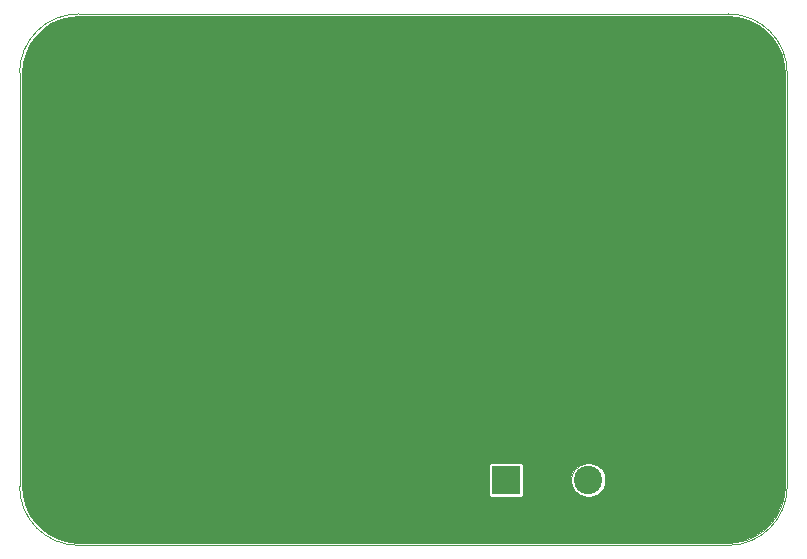
<source format=gbr>
%TF.GenerationSoftware,KiCad,Pcbnew,(5.1.8)-1*%
%TF.CreationDate,2021-02-23T22:19:54+01:00*%
%TF.ProjectId,cvco-general,6376636f-2d67-4656-9e65-72616c2e6b69,rev?*%
%TF.SameCoordinates,Original*%
%TF.FileFunction,Copper,L2,Bot*%
%TF.FilePolarity,Positive*%
%FSLAX46Y46*%
G04 Gerber Fmt 4.6, Leading zero omitted, Abs format (unit mm)*
G04 Created by KiCad (PCBNEW (5.1.8)-1) date 2021-02-23 22:19:54*
%MOMM*%
%LPD*%
G01*
G04 APERTURE LIST*
%TA.AperFunction,Profile*%
%ADD10C,0.050000*%
%TD*%
%TA.AperFunction,SMDPad,CuDef*%
%ADD11R,5.080000X1.500000*%
%TD*%
%TA.AperFunction,ComponentPad*%
%ADD12C,0.800000*%
%TD*%
%TA.AperFunction,ComponentPad*%
%ADD13C,6.400000*%
%TD*%
%TA.AperFunction,ComponentPad*%
%ADD14R,2.400000X2.400000*%
%TD*%
%TA.AperFunction,ComponentPad*%
%ADD15C,2.400000*%
%TD*%
%TA.AperFunction,Conductor*%
%ADD16C,0.075000*%
%TD*%
%TA.AperFunction,Conductor*%
%ADD17C,0.100000*%
%TD*%
G04 APERTURE END LIST*
D10*
X105000000Y-95000000D02*
G75*
G02*
X100000000Y-90000000I0J5000000D01*
G01*
X165000000Y-90000000D02*
G75*
G02*
X160000000Y-95000000I-5000000J0D01*
G01*
X160000000Y-50000000D02*
G75*
G02*
X165000000Y-55000000I0J-5000000D01*
G01*
X100000000Y-55000000D02*
G75*
G02*
X105000000Y-50000000I5000000J0D01*
G01*
X100000000Y-90000000D02*
X100000000Y-55000000D01*
X160000000Y-95000000D02*
X105000000Y-95000000D01*
X165000000Y-55000000D02*
X165000000Y-90000000D01*
X105000000Y-50000000D02*
X160000000Y-50000000D01*
D11*
%TO.P,J1,2*%
%TO.N,GND*%
X103000000Y-70750000D03*
X103000000Y-62250000D03*
%TD*%
D12*
%TO.P,H1,1*%
%TO.N,GND*%
X107697056Y-54302944D03*
X106000000Y-53600000D03*
X104302944Y-54302944D03*
X103600000Y-56000000D03*
X104302944Y-57697056D03*
X106000000Y-58400000D03*
X107697056Y-57697056D03*
X108400000Y-56000000D03*
D13*
X106000000Y-56000000D03*
%TD*%
%TO.P,H2,1*%
%TO.N,GND*%
X159000000Y-56000000D03*
D12*
X161400000Y-56000000D03*
X160697056Y-57697056D03*
X159000000Y-58400000D03*
X157302944Y-57697056D03*
X156600000Y-56000000D03*
X157302944Y-54302944D03*
X159000000Y-53600000D03*
X160697056Y-54302944D03*
%TD*%
%TO.P,H3,1*%
%TO.N,GND*%
X107697056Y-87302944D03*
X106000000Y-86600000D03*
X104302944Y-87302944D03*
X103600000Y-89000000D03*
X104302944Y-90697056D03*
X106000000Y-91400000D03*
X107697056Y-90697056D03*
X108400000Y-89000000D03*
D13*
X106000000Y-89000000D03*
%TD*%
%TO.P,H4,1*%
%TO.N,GND*%
X159000000Y-89000000D03*
D12*
X161400000Y-89000000D03*
X160697056Y-90697056D03*
X159000000Y-91400000D03*
X157302944Y-90697056D03*
X156600000Y-89000000D03*
X157302944Y-87302944D03*
X159000000Y-86600000D03*
X160697056Y-87302944D03*
%TD*%
D14*
%TO.P,J2,1*%
%TO.N,+24V*%
X141172374Y-89469494D03*
D15*
%TO.P,J2,2*%
%TO.N,GND*%
X144672374Y-89469494D03*
%TO.P,J2,3*%
%TO.N,TUNE*%
X148172374Y-89469494D03*
%TD*%
D16*
%TO.N,GND*%
X160847648Y-50288995D02*
X161668493Y-50513553D01*
X162436602Y-50879923D01*
X163127699Y-51376526D01*
X163719930Y-51987661D01*
X164194579Y-52694015D01*
X164536640Y-53473248D01*
X164735699Y-54302391D01*
X164787500Y-55007787D01*
X164787501Y-89990522D01*
X164711005Y-90847643D01*
X164486446Y-91668495D01*
X164120076Y-92436605D01*
X163623472Y-93127702D01*
X163012339Y-93719930D01*
X162305985Y-94194579D01*
X161526752Y-94536640D01*
X160697610Y-94735699D01*
X159992213Y-94787500D01*
X105009467Y-94787500D01*
X104152357Y-94711005D01*
X103331505Y-94486446D01*
X102563395Y-94120076D01*
X101872298Y-93623472D01*
X101280070Y-93012339D01*
X100805421Y-92305985D01*
X100463360Y-91526752D01*
X100264301Y-90697610D01*
X100212500Y-89992213D01*
X100212500Y-88269494D01*
X139733725Y-88269494D01*
X139733725Y-90669494D01*
X139738311Y-90716052D01*
X139751891Y-90760821D01*
X139773945Y-90802080D01*
X139803624Y-90838244D01*
X139839788Y-90867923D01*
X139881047Y-90889977D01*
X139925816Y-90903557D01*
X139972374Y-90908143D01*
X142372374Y-90908143D01*
X142418932Y-90903557D01*
X142463701Y-90889977D01*
X142504960Y-90867923D01*
X142541124Y-90838244D01*
X142570803Y-90802080D01*
X142592857Y-90760821D01*
X142606437Y-90716052D01*
X142611023Y-90669494D01*
X142611023Y-89327913D01*
X146734874Y-89327913D01*
X146734874Y-89611075D01*
X146790117Y-89888797D01*
X146898478Y-90150405D01*
X147055795Y-90385847D01*
X147256021Y-90586073D01*
X147491463Y-90743390D01*
X147753071Y-90851751D01*
X148030793Y-90906994D01*
X148313955Y-90906994D01*
X148591677Y-90851751D01*
X148853285Y-90743390D01*
X149088727Y-90586073D01*
X149288953Y-90385847D01*
X149446270Y-90150405D01*
X149554631Y-89888797D01*
X149609874Y-89611075D01*
X149609874Y-89327913D01*
X149554631Y-89050191D01*
X149446270Y-88788583D01*
X149288953Y-88553141D01*
X149088727Y-88352915D01*
X148853285Y-88195598D01*
X148591677Y-88087237D01*
X148313955Y-88031994D01*
X148030793Y-88031994D01*
X147753071Y-88087237D01*
X147491463Y-88195598D01*
X147256021Y-88352915D01*
X147055795Y-88553141D01*
X146898478Y-88788583D01*
X146790117Y-89050191D01*
X146734874Y-89327913D01*
X142611023Y-89327913D01*
X142611023Y-88269494D01*
X142606437Y-88222936D01*
X142592857Y-88178167D01*
X142570803Y-88136908D01*
X142541124Y-88100744D01*
X142504960Y-88071065D01*
X142463701Y-88049011D01*
X142418932Y-88035431D01*
X142372374Y-88030845D01*
X139972374Y-88030845D01*
X139925816Y-88035431D01*
X139881047Y-88049011D01*
X139839788Y-88071065D01*
X139803624Y-88100744D01*
X139773945Y-88136908D01*
X139751891Y-88178167D01*
X139738311Y-88222936D01*
X139733725Y-88269494D01*
X100212500Y-88269494D01*
X100212500Y-55009467D01*
X100288995Y-54152352D01*
X100513553Y-53331507D01*
X100879923Y-52563398D01*
X101376526Y-51872301D01*
X101987661Y-51280070D01*
X102694015Y-50805421D01*
X103473248Y-50463360D01*
X104302391Y-50264301D01*
X105007787Y-50212500D01*
X159990533Y-50212500D01*
X160847648Y-50288995D01*
%TA.AperFunction,Conductor*%
D17*
G36*
X160847648Y-50288995D02*
G01*
X161668493Y-50513553D01*
X162436602Y-50879923D01*
X163127699Y-51376526D01*
X163719930Y-51987661D01*
X164194579Y-52694015D01*
X164536640Y-53473248D01*
X164735699Y-54302391D01*
X164787500Y-55007787D01*
X164787501Y-89990522D01*
X164711005Y-90847643D01*
X164486446Y-91668495D01*
X164120076Y-92436605D01*
X163623472Y-93127702D01*
X163012339Y-93719930D01*
X162305985Y-94194579D01*
X161526752Y-94536640D01*
X160697610Y-94735699D01*
X159992213Y-94787500D01*
X105009467Y-94787500D01*
X104152357Y-94711005D01*
X103331505Y-94486446D01*
X102563395Y-94120076D01*
X101872298Y-93623472D01*
X101280070Y-93012339D01*
X100805421Y-92305985D01*
X100463360Y-91526752D01*
X100264301Y-90697610D01*
X100212500Y-89992213D01*
X100212500Y-88269494D01*
X139733725Y-88269494D01*
X139733725Y-90669494D01*
X139738311Y-90716052D01*
X139751891Y-90760821D01*
X139773945Y-90802080D01*
X139803624Y-90838244D01*
X139839788Y-90867923D01*
X139881047Y-90889977D01*
X139925816Y-90903557D01*
X139972374Y-90908143D01*
X142372374Y-90908143D01*
X142418932Y-90903557D01*
X142463701Y-90889977D01*
X142504960Y-90867923D01*
X142541124Y-90838244D01*
X142570803Y-90802080D01*
X142592857Y-90760821D01*
X142606437Y-90716052D01*
X142611023Y-90669494D01*
X142611023Y-89327913D01*
X146734874Y-89327913D01*
X146734874Y-89611075D01*
X146790117Y-89888797D01*
X146898478Y-90150405D01*
X147055795Y-90385847D01*
X147256021Y-90586073D01*
X147491463Y-90743390D01*
X147753071Y-90851751D01*
X148030793Y-90906994D01*
X148313955Y-90906994D01*
X148591677Y-90851751D01*
X148853285Y-90743390D01*
X149088727Y-90586073D01*
X149288953Y-90385847D01*
X149446270Y-90150405D01*
X149554631Y-89888797D01*
X149609874Y-89611075D01*
X149609874Y-89327913D01*
X149554631Y-89050191D01*
X149446270Y-88788583D01*
X149288953Y-88553141D01*
X149088727Y-88352915D01*
X148853285Y-88195598D01*
X148591677Y-88087237D01*
X148313955Y-88031994D01*
X148030793Y-88031994D01*
X147753071Y-88087237D01*
X147491463Y-88195598D01*
X147256021Y-88352915D01*
X147055795Y-88553141D01*
X146898478Y-88788583D01*
X146790117Y-89050191D01*
X146734874Y-89327913D01*
X142611023Y-89327913D01*
X142611023Y-88269494D01*
X142606437Y-88222936D01*
X142592857Y-88178167D01*
X142570803Y-88136908D01*
X142541124Y-88100744D01*
X142504960Y-88071065D01*
X142463701Y-88049011D01*
X142418932Y-88035431D01*
X142372374Y-88030845D01*
X139972374Y-88030845D01*
X139925816Y-88035431D01*
X139881047Y-88049011D01*
X139839788Y-88071065D01*
X139803624Y-88100744D01*
X139773945Y-88136908D01*
X139751891Y-88178167D01*
X139738311Y-88222936D01*
X139733725Y-88269494D01*
X100212500Y-88269494D01*
X100212500Y-55009467D01*
X100288995Y-54152352D01*
X100513553Y-53331507D01*
X100879923Y-52563398D01*
X101376526Y-51872301D01*
X101987661Y-51280070D01*
X102694015Y-50805421D01*
X103473248Y-50463360D01*
X104302391Y-50264301D01*
X105007787Y-50212500D01*
X159990533Y-50212500D01*
X160847648Y-50288995D01*
G37*
%TD.AperFunction*%
%TD*%
M02*

</source>
